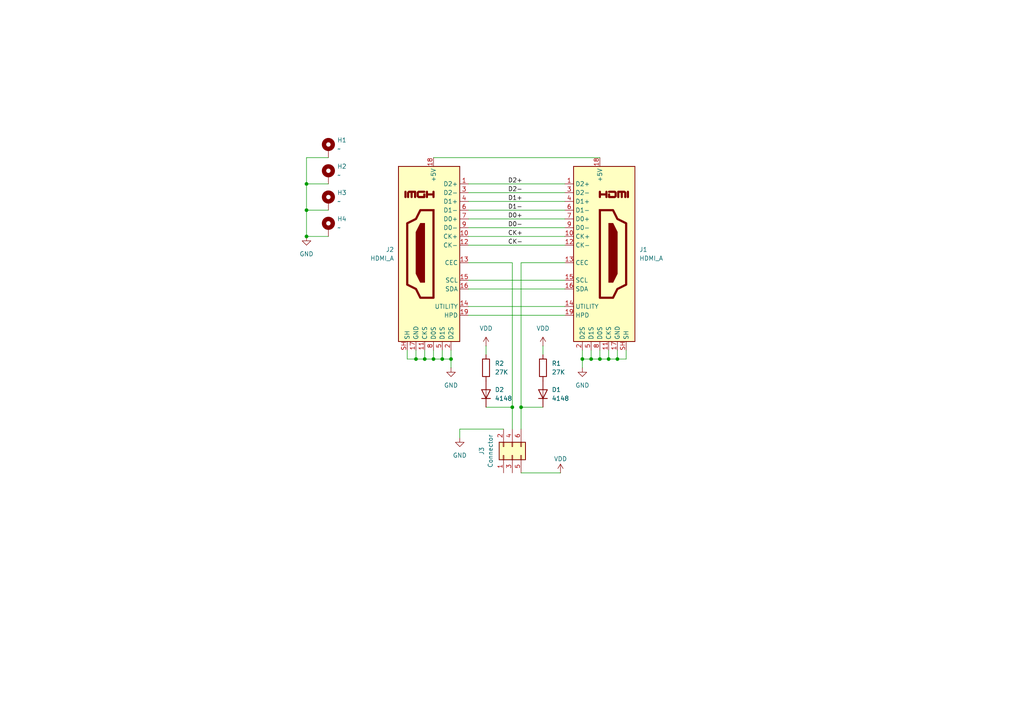
<source format=kicad_sch>
(kicad_sch (version 20250114) (generator "eeschema") (generator_version "9.0")
  (paper "A4")
  (lib_symbols
    (symbol "Connector:HDMI_A"
      (property "Reference" "J" (at -6.35 26.67 0))
      (property "Value" "HDMI_A" (at 10.16 26.67 0))
      (symbol "HDMI_A_0_0"
        (polyline (pts (xy 0 16.51) (xy 0 18.034) (xy 0 17.272) (xy 1.905 17.272) (xy 1.905 18.034) (xy 1.905 16.51)) (stroke (width 0.635)))
        (polyline (pts (xy 2.667 18.034) (xy 4.318 18.034) (xy 4.572 17.78) (xy 4.572 16.764) (xy 4.318 16.51) (xy 2.667 16.51) (xy 2.667 17.272)) (stroke (width 0.635)))
        (polyline (pts (xy 8.128 16.51) (xy 8.128 18.034)) (stroke (width 0.635)))
      )
      (symbol "HDMI_A_0_1"
        (rectangle (start -7.62 25.4) (end 10.16 -25.4) (stroke (width 0.254)) (fill (type background)))
        (polyline (pts (xy 0 12.7) (xy 0 -12.7) (xy 3.81 -12.7) (xy 5.08 -10.16) (xy 7.62 -8.89) (xy 7.62 8.89) (xy 5.08 10.16) (xy 3.81 12.7) (xy 0 12.7)) (stroke (width 0.635)))
        (polyline (pts (xy 2.54 8.89) (xy 3.81 8.89) (xy 5.08 6.35) (xy 5.08 -5.715) (xy 3.81 -8.255) (xy 2.54 -8.255) (xy 2.54 8.89)) (fill (type outline)))
        (polyline (pts (xy 5.334 16.51) (xy 5.334 18.034) (xy 6.35 18.034) (xy 6.35 16.51) (xy 6.35 18.034) (xy 7.112 18.034) (xy 7.366 17.78) (xy 7.366 16.51)) (stroke (width 0.635)))
      )
      (symbol "HDMI_A_1_1"
        (pin passive line (at -10.16 20.32 0) (length 2.54) (name "D2+") (number "1"))
        (pin passive line (at -10.16 17.78 0) (length 2.54) (name "D2-") (number "3"))
        (pin passive line (at -10.16 15.24 0) (length 2.54) (name "D1+") (number "4"))
        (pin passive line (at -10.16 12.7 0) (length 2.54) (name "D1-") (number "6"))
        (pin passive line (at -10.16 10.16 0) (length 2.54) (name "D0+") (number "7"))
        (pin passive line (at -10.16 7.62 0) (length 2.54) (name "D0-") (number "9"))
        (pin passive line (at -10.16 5.08 0) (length 2.54) (name "CK+") (number "10"))
        (pin passive line (at -10.16 2.54 0) (length 2.54) (name "CK-") (number "12"))
        (pin bidirectional line (at -10.16 -2.54 0) (length 2.54) (name "CEC") (number "13"))
        (pin passive line (at -10.16 -7.62 0) (length 2.54) (name "SCL") (number "15"))
        (pin bidirectional line (at -10.16 -10.16 0) (length 2.54) (name "SDA") (number "16"))
        (pin passive line (at -10.16 -15.24 0) (length 2.54) (name "UTILITY") (number "14"))
        (pin passive line (at -10.16 -17.78 0) (length 2.54) (name "HPD") (number "19"))
        (pin power_in line (at -5.08 -27.94 90) (length 2.54) (name "D2S") (number "2"))
        (pin power_in line (at -2.54 -27.94 90) (length 2.54) (name "D1S") (number "5"))
        (pin power_in line (at 0 27.94 270) (length 2.54) (name "+5V") (number "18"))
        (pin power_in line (at 0 -27.94 90) (length 2.54) (name "D0S") (number "8"))
        (pin power_in line (at 2.54 -27.94 90) (length 2.54) (name "CKS") (number "11"))
        (pin power_in line (at 5.08 -27.94 90) (length 2.54) (name "GND") (number "17"))
        (pin passive line (at 7.62 -27.94 90) (length 2.54) (name "SH") (number "SH"))
      )
    )
    (symbol "Connector_Generic:Conn_02x03_Odd_Even" (pin_names (offset 1.016) (hide yes))
      (property "Reference" "J" (at 1.27 5.08 0))
      (property "Value" "Conn_02x03_Odd_Even" (at 1.27 -5.08 0))
      (symbol "Conn_02x03_Odd_Even_1_1"
        (rectangle (start -1.27 3.81) (end 3.81 -3.81) (stroke (width 0.254)) (fill (type background)))
        (rectangle (start -1.27 2.667) (end 0 2.413) (stroke (width 0.1524)))
        (rectangle (start -1.27 0.127) (end 0 -0.127) (stroke (width 0.1524)))
        (rectangle (start -1.27 -2.413) (end 0 -2.667) (stroke (width 0.1524)))
        (rectangle (start 3.81 2.667) (end 2.54 2.413) (stroke (width 0.1524)))
        (rectangle (start 3.81 0.127) (end 2.54 -0.127) (stroke (width 0.1524)))
        (rectangle (start 3.81 -2.413) (end 2.54 -2.667) (stroke (width 0.1524)))
        (pin passive line (at -5.08 2.54 0) (length 3.81) (name "Pin_1") (number "1"))
        (pin passive line (at -5.08 0 0) (length 3.81) (name "Pin_3") (number "3"))
        (pin passive line (at -5.08 -2.54 0) (length 3.81) (name "Pin_5") (number "5"))
        (pin passive line (at 7.62 2.54 180) (length 3.81) (name "Pin_2") (number "2"))
        (pin passive line (at 7.62 0 180) (length 3.81) (name "Pin_4") (number "4"))
        (pin passive line (at 7.62 -2.54 180) (length 3.81) (name "Pin_6") (number "6"))
      )
    )
    (symbol "Device:D" (pin_numbers (hide yes)) (pin_names (offset 1.016) (hide yes))
      (property "Reference" "D" (at 0 2.54 0))
      (property "Value" "D" (at 0 -2.54 0))
      (symbol "D_0_1"
        (polyline (pts (xy -1.27 1.27) (xy -1.27 -1.27)) (stroke (width 0.254)))
        (polyline (pts (xy 1.27 1.27) (xy 1.27 -1.27) (xy -1.27 0) (xy 1.27 1.27)) (stroke (width 0.254)))
        (polyline (pts (xy 1.27 0) (xy -1.27 0)))
      )
      (symbol "D_1_1"
        (pin passive line (at -3.81 0 0) (length 2.54) (name "K") (number "1"))
        (pin passive line (at 3.81 0 180) (length 2.54) (name "A") (number "2"))
      )
    )
    (symbol "Device:R" (pin_numbers (hide yes)) (pin_names (offset 0))
      (property "Reference" "R" (at 2.032 0 90))
      (property "Value" "R" (at 0 0 90))
      (symbol "R_0_1"
        (rectangle (start -1.016 -2.54) (end 1.016 2.54) (stroke (width 0.254)))
      )
      (symbol "R_1_1"
        (pin passive line (at 0 3.81 270) (length 1.27) (name "~") (number "1"))
        (pin passive line (at 0 -3.81 90) (length 1.27) (name "~") (number "2"))
      )
    )
    (symbol "Mechanical:MountingHole_Pad" (pin_numbers (hide yes)) (pin_names (offset 1.016) (hide yes)) (exclude_from_sim yes) (in_bom no)
      (property "Reference" "H" (at 0 6.35 0))
      (property "Value" "MountingHole_Pad" (at 0 4.445 0))
      (symbol "MountingHole_Pad_0_1"
        (circle (center 0 1.27) (radius 1.27) (stroke (width 1.27)))
      )
      (symbol "MountingHole_Pad_1_1"
        (pin input line (at 0 -2.54 90) (length 2.54) (name "1") (number "1"))
      )
    )
    (symbol "power:GND" (power) (pin_numbers (hide yes)) (pin_names (offset 0) (hide yes))
      (property "Value" "GND" (at 0 -3.81 0))
      (symbol "GND_0_1"
        (polyline (pts (xy 0 0) (xy 0 -1.27) (xy 1.27 -1.27) (xy 0 -2.54) (xy -1.27 -1.27) (xy 0 -1.27)))
      )
      (symbol "GND_1_1"
        (pin power_in line (at 0 0 270) (length 0) (name "~") (number "1"))
      )
    )
    (symbol "power:VDD" (power) (pin_numbers (hide yes)) (pin_names (offset 0) (hide yes))
      (property "Value" "VDD" (at 0 3.556 0))
      (symbol "VDD_0_1"
        (polyline (pts (xy -0.762 1.27) (xy 0 2.54)))
        (polyline (pts (xy 0 2.54) (xy 0.762 1.27)))
        (polyline (pts (xy 0 0) (xy 0 2.54)))
      )
      (symbol "VDD_1_1"
        (pin power_in line (at 0 0 90) (length 0) (name "~") (number "1"))
      )
    )
  )
  (junction (at 88.9 60.96))
  (junction (at 125.73 104.14))
  (junction (at 168.91 104.14))
  (junction (at 130.81 104.14))
  (junction (at 88.9 53.34))
  (junction (at 176.53 104.14))
  (junction (at 151.13 118.11))
  (junction (at 88.9 68.58))
  (junction (at 173.99 104.14))
  (junction (at 148.59 118.11))
  (junction (at 171.45 104.14))
  (junction (at 123.19 104.14))
  (junction (at 179.07 104.14))
  (junction (at 128.27 104.14))
  (junction (at 120.65 104.14))
  (wire (pts (xy 120.65 104.14) (xy 120.65 101.6)))
  (wire (pts (xy 130.81 106.68) (xy 130.81 104.14)))
  (wire (pts (xy 135.89 58.42) (xy 163.83 58.42)))
  (wire (pts (xy 130.81 101.6) (xy 130.81 104.14)))
  (wire (pts (xy 151.13 137.16) (xy 162.56 137.16)))
  (wire (pts (xy 120.65 104.14) (xy 123.19 104.14)))
  (wire (pts (xy 118.11 104.14) (xy 120.65 104.14)))
  (wire (pts (xy 88.9 45.72) (xy 88.9 53.34)))
  (wire (pts (xy 176.53 101.6) (xy 176.53 104.14)))
  (wire (pts (xy 171.45 104.14) (xy 173.99 104.14)))
  (wire (pts (xy 181.61 101.6) (xy 181.61 104.14)))
  (wire (pts (xy 95.25 60.96) (xy 88.9 60.96)))
  (wire (pts (xy 168.91 101.6) (xy 168.91 104.14)))
  (wire (pts (xy 135.89 71.12) (xy 163.83 71.12)))
  (wire (pts (xy 168.91 104.14) (xy 171.45 104.14)))
  (wire (pts (xy 118.11 101.6) (xy 118.11 104.14)))
  (wire (pts (xy 135.89 88.9) (xy 163.83 88.9)))
  (wire (pts (xy 179.07 104.14) (xy 179.07 101.6)))
  (wire (pts (xy 148.59 118.11) (xy 148.59 124.46)))
  (wire (pts (xy 140.97 118.11) (xy 148.59 118.11)))
  (wire (pts (xy 123.19 104.14) (xy 125.73 104.14)))
  (wire (pts (xy 171.45 101.6) (xy 171.45 104.14)))
  (wire (pts (xy 88.9 60.96) (xy 88.9 68.58)))
  (wire (pts (xy 135.89 68.58) (xy 163.83 68.58)))
  (wire (pts (xy 135.89 83.82) (xy 163.83 83.82)))
  (wire (pts (xy 128.27 104.14) (xy 130.81 104.14)))
  (wire (pts (xy 157.48 100.33) (xy 157.48 102.87)))
  (wire (pts (xy 135.89 91.44) (xy 163.83 91.44)))
  (wire (pts (xy 95.25 45.72) (xy 88.9 45.72)))
  (wire (pts (xy 133.35 127) (xy 133.35 124.46)))
  (wire (pts (xy 123.19 101.6) (xy 123.19 104.14)))
  (wire (pts (xy 151.13 118.11) (xy 151.13 124.46)))
  (wire (pts (xy 125.73 45.72) (xy 173.99 45.72)))
  (wire (pts (xy 140.97 100.33) (xy 140.97 102.87)))
  (wire (pts (xy 176.53 104.14) (xy 179.07 104.14)))
  (wire (pts (xy 135.89 66.04) (xy 163.83 66.04)))
  (wire (pts (xy 148.59 76.2) (xy 148.59 118.11)))
  (wire (pts (xy 168.91 106.68) (xy 168.91 104.14)))
  (wire (pts (xy 88.9 53.34) (xy 88.9 60.96)))
  (wire (pts (xy 179.07 104.14) (xy 181.61 104.14)))
  (wire (pts (xy 125.73 104.14) (xy 128.27 104.14)))
  (wire (pts (xy 95.25 53.34) (xy 88.9 53.34)))
  (wire (pts (xy 133.35 124.46) (xy 146.05 124.46)))
  (wire (pts (xy 128.27 101.6) (xy 128.27 104.14)))
  (wire (pts (xy 173.99 104.14) (xy 176.53 104.14)))
  (wire (pts (xy 173.99 101.6) (xy 173.99 104.14)))
  (wire (pts (xy 125.73 101.6) (xy 125.73 104.14)))
  (wire (pts (xy 88.9 68.58) (xy 95.25 68.58)))
  (wire (pts (xy 135.89 53.34) (xy 163.83 53.34)))
  (wire (pts (xy 135.89 76.2) (xy 148.59 76.2)))
  (wire (pts (xy 151.13 76.2) (xy 151.13 118.11)))
  (wire (pts (xy 135.89 55.88) (xy 163.83 55.88)))
  (wire (pts (xy 135.89 60.96) (xy 163.83 60.96)))
  (wire (pts (xy 163.83 76.2) (xy 151.13 76.2)))
  (wire (pts (xy 151.13 118.11) (xy 157.48 118.11)))
  (wire (pts (xy 135.89 63.5) (xy 163.83 63.5)))
  (wire (pts (xy 135.89 81.28) (xy 163.83 81.28)))
  (label "D2-" (at 147.32 55.88 0))
  (label "D1+" (at 147.32 58.42 0))
  (label "CK+" (at 147.32 68.58 0))
  (label "CK-" (at 147.32 71.12 0))
  (label "D0+" (at 147.32 63.5 0))
  (label "D2+" (at 147.32 53.34 0))
  (label "D1-" (at 147.32 60.96 0))
  (label "D0-" (at 147.32 66.04 0))
  (symbol (lib_id "Connector:HDMI_A") (at 125.73 73.66 0) (mirror y) (unit 1)
    (property "Reference" "J2" (at 114.3 72.3899 0) (effects (justify left)))
    (property "Value" "HDMI_A" (at 114.3 74.9299 0) (effects (justify left)))
    (property "Footprint" "Connector_Video:HDMI_A_Amphenol_10029449-x01xLF_Horizontal" (effects (hide yes)))
    (property "Datasheet" "https://www.digikey.com/en/products/detail/amphenol-cs-fci/10029449-001RLF/1001325" (effects (hide yes)))
    (property "Description" "HDMI type A connector" (effects (hide yes)))
  )
  (symbol (lib_id "Device:D") (at 157.48 114.3 90) (unit 1)
    (property "Reference" "D1" (at 160.02 113.0299 90) (effects (justify right)))
    (property "Value" "4148" (at 160.02 115.5699 90) (effects (justify right)))
    (property "Footprint" "Diode_SMD:D_0603_1608Metric" (effects (hide yes)))
    (property "Datasheet" "https://www.digikey.com/en/products/detail/taiwan-semiconductor-corporation/TS4148-RCG/7359811" (effects (hide yes)))
    (property "Description" "Diode" (effects (hide yes)))
    (property "Sim.Device" "D" (effects (hide yes)))
    (property "Sim.Pins" "1=K 2=A" (effects (hide yes)))
  )
  (symbol (lib_id "power:GND") (at 168.91 106.68 0) (unit 1)
    (property "Reference" "#PWR02" (effects (hide yes)))
    (property "Value" "GND" (at 168.91 111.76 0))
    (property "Description" "Power symbol creates a global label with name \"GND\" , ground" (effects (hide yes)))
  )
  (symbol (lib_id "power:VDD") (at 140.97 100.33 0) (unit 1)
    (property "Reference" "#PWR04" (effects (hide yes)))
    (property "Value" "VDD" (at 140.97 95.25 0))
    (property "Description" "Power symbol creates a global label with name \"VDD\"" (effects (hide yes)))
  )
  (symbol (lib_id "Device:R") (at 157.48 106.68 0) (unit 1)
    (property "Reference" "R1" (at 160.02 105.4099 0) (effects (justify left)))
    (property "Value" "27K" (at 160.02 107.9499 0) (effects (justify left)))
    (property "Footprint" "Resistor_SMD:R_0603_1608Metric" (effects (hide yes)))
    (property "Datasheet" "https://www.digikey.com/en/products/detail/bourns-inc/CR0603-JW-273ELF/3784345" (effects (hide yes)))
    (property "Description" "Resistor" (effects (hide yes)))
  )
  (symbol (lib_id "power:GND") (at 88.9 68.58 0) (unit 1)
    (property "Reference" "#PWR07" (effects (hide yes)))
    (property "Value" "GND" (at 88.9 73.66 0))
    (property "Description" "Power symbol creates a global label with name \"GND\" , ground" (effects (hide yes)))
  )
  (symbol (lib_id "Mechanical:MountingHole_Pad") (at 95.25 58.42 0) (unit 1) (exclude_from_sim yes) (in_bom no)
    (property "Reference" "H3" (at 97.79 55.8799 0) (effects (justify left)))
    (property "Value" "~" (at 97.79 58.4199 0) (effects (justify left)))
    (property "Footprint" "MountingHole:MountingHole_2.5mm_Pad" (effects (hide yes)))
    (property "Description" "Mounting Hole with connection" (effects (hide yes)))
  )
  (symbol (lib_id "Mechanical:MountingHole_Pad") (at 95.25 43.18 0) (unit 1) (exclude_from_sim yes) (in_bom no)
    (property "Reference" "H1" (at 97.79 40.6399 0) (effects (justify left)))
    (property "Value" "~" (at 97.79 43.1799 0) (effects (justify left)))
    (property "Footprint" "MountingHole:MountingHole_2.5mm_Pad" (effects (hide yes)))
    (property "Description" "Mounting Hole with connection" (effects (hide yes)))
  )
  (symbol (lib_id "power:VDD") (at 157.48 100.33 0) (unit 1)
    (property "Reference" "#PWR06" (effects (hide yes)))
    (property "Value" "VDD" (at 157.48 95.25 0))
    (property "Description" "Power symbol creates a global label with name \"VDD\"" (effects (hide yes)))
  )
  (symbol (lib_id "Connector_Generic:Conn_02x03_Odd_Even") (at 148.59 132.08 90) (unit 1)
    (property "Reference" "J3" (at 139.7 130.81 0))
    (property "Value" "Connector" (at 142.24 130.81 0))
    (property "Footprint" "Connector_PinSocket_2.54mm:PinSocket_2x03_P2.54mm_Horizontal" (effects (hide yes)))
    (property "Datasheet" "https://www.digikey.com/en/products/detail/sullins-connector-solutions/PPTC032LJBN-RC/775975" (effects (hide yes)))
    (property "Description" "Generic connector, double row, 02x03, odd/even pin numbering scheme (row 1 odd numbers, row 2 even numbers), script generated (kicad-library-utils/schlib/autogen/connector/)" (effects (hide yes)))
  )
  (symbol (lib_id "power:GND") (at 133.35 127 0) (unit 1)
    (property "Reference" "#PWR03" (effects (hide yes)))
    (property "Value" "GND" (at 133.35 132.08 0))
    (property "Description" "Power symbol creates a global label with name \"GND\" , ground" (effects (hide yes)))
  )
  (symbol (lib_id "Mechanical:MountingHole_Pad") (at 95.25 66.04 0) (unit 1) (exclude_from_sim yes) (in_bom no)
    (property "Reference" "H4" (at 97.79 63.4999 0) (effects (justify left)))
    (property "Value" "~" (at 97.79 66.0399 0) (effects (justify left)))
    (property "Footprint" "MountingHole:MountingHole_2.5mm_Pad" (effects (hide yes)))
    (property "Description" "Mounting Hole with connection" (effects (hide yes)))
  )
  (symbol (lib_id "Connector:HDMI_A") (at 173.99 73.66 0) (unit 1)
    (property "Reference" "J1" (at 185.42 72.3899 0) (effects (justify left)))
    (property "Value" "HDMI_A" (at 185.42 74.9299 0) (effects (justify left)))
    (property "Footprint" "Connector_Video:HDMI_A_Amphenol_10029449-x01xLF_Horizontal" (effects (hide yes)))
    (property "Datasheet" "https://www.digikey.com/en/products/detail/amphenol-cs-fci/10029449-001RLF/1001325" (effects (hide yes)))
    (property "Description" "HDMI type A connector" (effects (hide yes)))
  )
  (symbol (lib_id "power:GND") (at 130.81 106.68 0) (unit 1)
    (property "Reference" "#PWR01" (effects (hide yes)))
    (property "Value" "GND" (at 130.81 111.76 0))
    (property "Description" "Power symbol creates a global label with name \"GND\" , ground" (effects (hide yes)))
  )
  (symbol (lib_id "Device:D") (at 140.97 114.3 90) (unit 1)
    (property "Reference" "D2" (at 143.51 113.0299 90) (effects (justify right)))
    (property "Value" "4148" (at 143.51 115.5699 90) (effects (justify right)))
    (property "Footprint" "Diode_SMD:D_0603_1608Metric" (effects (hide yes)))
    (property "Datasheet" "https://www.digikey.com/en/products/detail/taiwan-semiconductor-corporation/TS4148-RCG/7359811" (effects (hide yes)))
    (property "Description" "Diode" (effects (hide yes)))
    (property "Sim.Device" "D" (effects (hide yes)))
    (property "Sim.Pins" "1=K 2=A" (effects (hide yes)))
  )
  (symbol (lib_id "Mechanical:MountingHole_Pad") (at 95.25 50.8 0) (unit 1) (exclude_from_sim yes) (in_bom no)
    (property "Reference" "H2" (at 97.79 48.2599 0) (effects (justify left)))
    (property "Value" "~" (at 97.79 50.7999 0) (effects (justify left)))
    (property "Footprint" "MountingHole:MountingHole_2.5mm_Pad" (effects (hide yes)))
    (property "Description" "Mounting Hole with connection" (effects (hide yes)))
  )
  (symbol (lib_id "Device:R") (at 140.97 106.68 0) (unit 1)
    (property "Reference" "R2" (at 143.51 105.4099 0) (effects (justify left)))
    (property "Value" "27K" (at 143.51 107.9499 0) (effects (justify left)))
    (property "Footprint" "Resistor_SMD:R_0603_1608Metric" (effects (hide yes)))
    (property "Datasheet" "https://www.digikey.com/en/products/detail/bourns-inc/CR0603-JW-273ELF/3784345" (effects (hide yes)))
    (property "Description" "Resistor" (effects (hide yes)))
  )
  (symbol (lib_id "power:VDD") (at 162.56 137.16 0) (unit 1)
    (property "Reference" "#PWR05" (effects (hide yes)))
    (property "Value" "VDD" (at 162.56 133.096 0))
    (property "Description" "Power symbol creates a global label with name \"VDD\"" (effects (hide yes)))
  )
)
</source>
